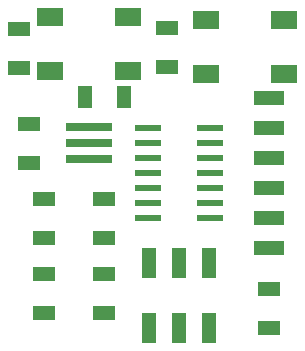
<source format=gbr>
G04 EAGLE Gerber RS-274X export*
G75*
%MOMM*%
%FSLAX34Y34*%
%LPD*%
%INSolderpaste Top*%
%IPPOS*%
%AMOC8*
5,1,8,0,0,1.08239X$1,22.5*%
G01*
%ADD10R,1.905000X1.270000*%
%ADD11R,2.209800X0.609600*%
%ADD12R,1.270000X2.540000*%
%ADD13R,2.540000X1.270000*%
%ADD14R,3.900000X0.800000*%
%ADD15R,2.286000X1.524000*%
%ADD16R,1.270000X1.905000*%


D10*
X228600Y67310D03*
X228600Y34290D03*
D11*
X126365Y203200D03*
X178435Y203200D03*
X126365Y190500D03*
X126365Y177800D03*
X178435Y190500D03*
X178435Y177800D03*
X126365Y165100D03*
X178435Y165100D03*
X126365Y152400D03*
X126365Y139700D03*
X178435Y152400D03*
X178435Y139700D03*
X126365Y127000D03*
X178435Y127000D03*
D10*
X88900Y110490D03*
X88900Y143510D03*
X88900Y46990D03*
X88900Y80010D03*
X25400Y207010D03*
X25400Y173990D03*
D12*
X177800Y88900D03*
X152400Y88900D03*
X127000Y88900D03*
X177800Y34300D03*
X152400Y34300D03*
X127000Y34300D03*
D13*
X228600Y101600D03*
X228600Y127000D03*
X228600Y152400D03*
X228600Y177800D03*
X228600Y203200D03*
X228600Y228600D03*
D14*
X76200Y204000D03*
X76200Y190500D03*
X76200Y177000D03*
D10*
X38100Y46990D03*
X38100Y80010D03*
X38100Y110490D03*
X38100Y143510D03*
D15*
X109220Y251460D03*
X43180Y251460D03*
X109220Y297180D03*
X43180Y297180D03*
X241300Y248920D03*
X175260Y248920D03*
X241300Y294640D03*
X175260Y294640D03*
D10*
X16510Y254000D03*
X16510Y287020D03*
X142240Y288290D03*
X142240Y255270D03*
D16*
X72390Y229870D03*
X105410Y229870D03*
M02*

</source>
